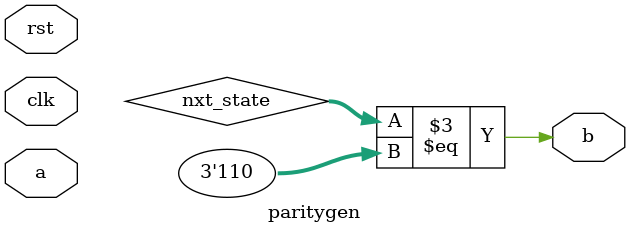
<source format=v>
module paritygen(clk,a,rst,b);
input clk,rst,a;
output reg b;
localparam s0=3'b000,s1=3'b001,s2=3'b010,s3=3'b011,s4=3'b100,s5=3'b101,s6=3'b110,s7=3'b111;
reg [2:0]state,nxt_state;
always @(posedge clk , posedge rst)
begin
	if (rst)
	begin
		state<= s0;
                
	end
	else 
		state<= nxt_state;
end

always@(state)
begin
	case(state)
		s0: b=0;
		s1: b=0;
		s2: b=0;
		s3: b=0;
		s4: b=0;
		s5: b=0;
		s6: b=1;
	endcase
  b <= (nxt_state==s6);

end
endmodule



</source>
